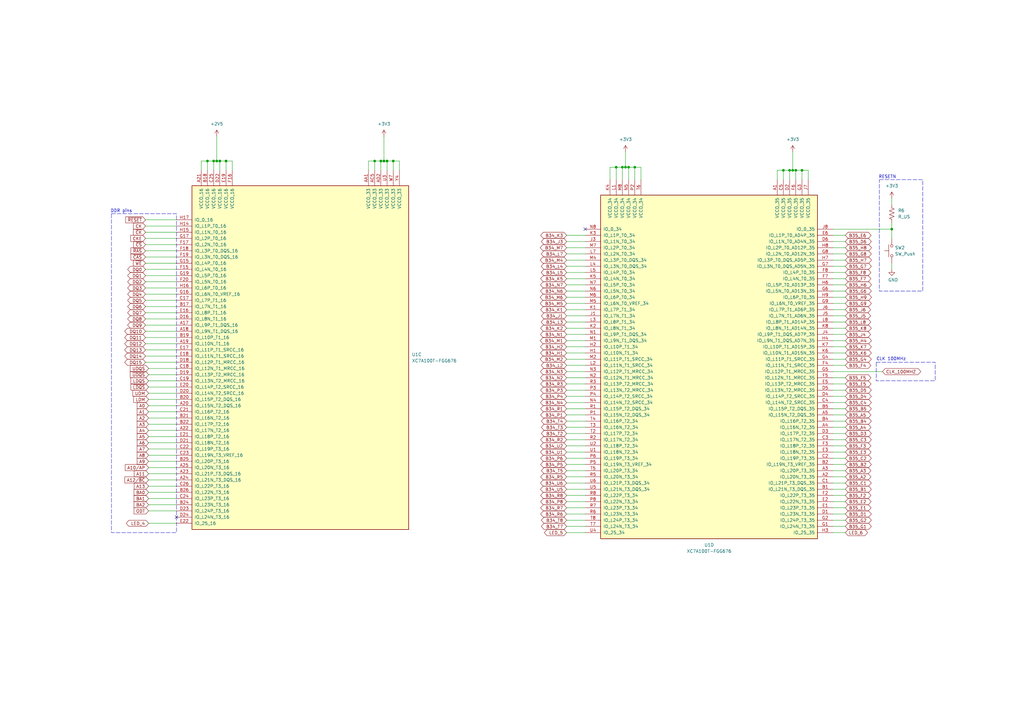
<source format=kicad_sch>
(kicad_sch (version 20231120) (generator "eeschema") (generator_version "8.0")
  (paper "A3")
  (junction (at 161.29 66.04))
  (junction (at 85.09 66.04))
  (junction (at 153.67 66.04))
  (junction (at 326.39 69.85))
  (junction (at 88.9 66.04))
  (junction (at 157.48 66.04))
  (junction (at 252.73 68.58))
  (junction (at 87.63 66.04))
  (junction (at 365.76 93.98))
  (junction (at 328.93 69.85))
  (junction (at 255.27 68.58))
  (junction (at 323.85 69.85))
  (junction (at 260.35 68.58))
  (junction (at 90.17 66.04))
  (junction (at 325.12 69.85))
  (junction (at 257.81 68.58))
  (junction (at 156.21 66.04))
  (junction (at 256.54 68.58))
  (junction (at 321.31 69.85))
  (junction (at 92.71 66.04))
  (junction (at 158.75 66.04))
  (no_connect (at 240.03 93.98))
  (no_connect (at 72.39 212.09))
  (wire (pts (xy 328.93 69.85) (xy 328.93 73.66)))
  (wire (pts (xy 232.41 101.6) (xy 240.03 101.6)))
  (wire (pts (xy 341.63 218.44) (xy 346.71 218.44)))
  (wire (pts (xy 346.71 175.26) (xy 341.63 175.26)))
  (wire (pts (xy 59.69 123.19) (xy 72.39 123.19)))
  (wire (pts (xy 346.71 119.38) (xy 341.63 119.38)))
  (wire (pts (xy 331.47 73.66) (xy 331.47 69.85)))
  (wire (pts (xy 365.76 81.28) (xy 365.76 83.82)))
  (wire (pts (xy 346.71 142.24) (xy 341.63 142.24)))
  (wire (pts (xy 346.71 147.32) (xy 341.63 147.32)))
  (wire (pts (xy 72.39 173.99) (xy 60.96 173.99)))
  (wire (pts (xy 59.69 130.81) (xy 72.39 130.81)))
  (wire (pts (xy 85.09 66.04) (xy 85.09 69.85)))
  (wire (pts (xy 252.73 68.58) (xy 255.27 68.58)))
  (wire (pts (xy 346.71 162.56) (xy 341.63 162.56)))
  (wire (pts (xy 361.95 152.4) (xy 341.63 152.4)))
  (wire (pts (xy 232.41 185.42) (xy 240.03 185.42)))
  (wire (pts (xy 158.75 66.04) (xy 158.75 69.85)))
  (wire (pts (xy 156.21 66.04) (xy 157.48 66.04)))
  (wire (pts (xy 60.96 214.63) (xy 72.39 214.63)))
  (wire (pts (xy 346.71 210.82) (xy 341.63 210.82)))
  (wire (pts (xy 346.71 106.68) (xy 341.63 106.68)))
  (wire (pts (xy 232.41 213.36) (xy 240.03 213.36)))
  (wire (pts (xy 232.41 193.04) (xy 240.03 193.04)))
  (wire (pts (xy 232.41 154.94) (xy 240.03 154.94)))
  (wire (pts (xy 346.71 180.34) (xy 341.63 180.34)))
  (wire (pts (xy 252.73 68.58) (xy 252.73 73.66)))
  (wire (pts (xy 346.71 104.14) (xy 341.63 104.14)))
  (wire (pts (xy 59.69 107.95) (xy 72.39 107.95)))
  (wire (pts (xy 346.71 215.9) (xy 341.63 215.9)))
  (wire (pts (xy 326.39 69.85) (xy 326.39 73.66)))
  (wire (pts (xy 346.71 124.46) (xy 341.63 124.46)))
  (wire (pts (xy 256.54 68.58) (xy 256.54 62.23)))
  (wire (pts (xy 59.69 128.27) (xy 72.39 128.27)))
  (wire (pts (xy 346.71 195.58) (xy 341.63 195.58)))
  (wire (pts (xy 156.21 66.04) (xy 156.21 69.85)))
  (wire (pts (xy 346.71 99.06) (xy 341.63 99.06)))
  (wire (pts (xy 346.71 208.28) (xy 341.63 208.28)))
  (wire (pts (xy 346.71 182.88) (xy 341.63 182.88)))
  (wire (pts (xy 260.35 68.58) (xy 257.81 68.58)))
  (wire (pts (xy 260.35 68.58) (xy 260.35 73.66)))
  (wire (pts (xy 72.39 204.47) (xy 60.96 204.47)))
  (wire (pts (xy 346.71 111.76) (xy 341.63 111.76)))
  (wire (pts (xy 232.41 210.82) (xy 240.03 210.82)))
  (wire (pts (xy 346.71 167.64) (xy 341.63 167.64)))
  (wire (pts (xy 232.41 104.14) (xy 240.03 104.14)))
  (wire (pts (xy 163.83 69.85) (xy 163.83 66.04)))
  (wire (pts (xy 161.29 66.04) (xy 163.83 66.04)))
  (wire (pts (xy 87.63 66.04) (xy 87.63 69.85)))
  (wire (pts (xy 157.48 66.04) (xy 158.75 66.04)))
  (wire (pts (xy 346.71 96.52) (xy 341.63 96.52)))
  (wire (pts (xy 72.39 186.69) (xy 60.96 186.69)))
  (wire (pts (xy 72.39 191.77) (xy 60.96 191.77)))
  (wire (pts (xy 346.71 203.2) (xy 341.63 203.2)))
  (wire (pts (xy 232.41 205.74) (xy 240.03 205.74)))
  (wire (pts (xy 262.89 73.66) (xy 262.89 68.58)))
  (wire (pts (xy 232.41 96.52) (xy 240.03 96.52)))
  (wire (pts (xy 151.13 69.85) (xy 151.13 66.04)))
  (wire (pts (xy 346.71 121.92) (xy 341.63 121.92)))
  (wire (pts (xy 59.69 125.73) (xy 72.39 125.73)))
  (wire (pts (xy 321.31 69.85) (xy 323.85 69.85)))
  (wire (pts (xy 232.41 172.72) (xy 240.03 172.72)))
  (wire (pts (xy 346.71 137.16) (xy 341.63 137.16)))
  (wire (pts (xy 59.69 133.35) (xy 72.39 133.35)))
  (wire (pts (xy 232.41 144.78) (xy 240.03 144.78)))
  (wire (pts (xy 72.39 207.01) (xy 60.96 207.01)))
  (wire (pts (xy 72.39 168.91) (xy 60.96 168.91)))
  (wire (pts (xy 232.41 142.24) (xy 240.03 142.24)))
  (wire (pts (xy 72.39 184.15) (xy 60.96 184.15)))
  (wire (pts (xy 232.41 106.68) (xy 240.03 106.68)))
  (wire (pts (xy 232.41 200.66) (xy 240.03 200.66)))
  (wire (pts (xy 60.96 151.13) (xy 72.39 151.13)))
  (wire (pts (xy 232.41 114.3) (xy 240.03 114.3)))
  (wire (pts (xy 153.67 66.04) (xy 153.67 69.85)))
  (wire (pts (xy 232.41 132.08) (xy 240.03 132.08)))
  (wire (pts (xy 85.09 66.04) (xy 87.63 66.04)))
  (wire (pts (xy 232.41 175.26) (xy 240.03 175.26)))
  (wire (pts (xy 346.71 139.7) (xy 341.63 139.7)))
  (wire (pts (xy 346.71 154.94) (xy 341.63 154.94)))
  (wire (pts (xy 323.85 69.85) (xy 323.85 73.66)))
  (wire (pts (xy 232.41 121.92) (xy 240.03 121.92)))
  (wire (pts (xy 346.71 129.54) (xy 341.63 129.54)))
  (wire (pts (xy 346.71 205.74) (xy 341.63 205.74)))
  (wire (pts (xy 72.39 166.37) (xy 60.96 166.37)))
  (wire (pts (xy 232.41 152.4) (xy 240.03 152.4)))
  (wire (pts (xy 232.41 203.2) (xy 240.03 203.2)))
  (wire (pts (xy 256.54 68.58) (xy 255.27 68.58)))
  (wire (pts (xy 232.41 99.06) (xy 240.03 99.06)))
  (wire (pts (xy 232.41 195.58) (xy 240.03 195.58)))
  (wire (pts (xy 82.55 69.85) (xy 82.55 66.04)))
  (wire (pts (xy 59.69 95.25) (xy 72.39 95.25)))
  (wire (pts (xy 59.69 90.17) (xy 72.39 90.17)))
  (wire (pts (xy 331.47 69.85) (xy 328.93 69.85)))
  (wire (pts (xy 90.17 66.04) (xy 88.9 66.04)))
  (wire (pts (xy 232.41 170.18) (xy 240.03 170.18)))
  (wire (pts (xy 346.71 114.3) (xy 341.63 114.3)))
  (wire (pts (xy 346.71 160.02) (xy 341.63 160.02)))
  (wire (pts (xy 82.55 66.04) (xy 85.09 66.04)))
  (wire (pts (xy 59.69 92.71) (xy 72.39 92.71)))
  (wire (pts (xy 318.77 69.85) (xy 321.31 69.85)))
  (wire (pts (xy 161.29 66.04) (xy 161.29 69.85)))
  (wire (pts (xy 72.39 194.31) (xy 60.96 194.31)))
  (wire (pts (xy 72.39 156.21) (xy 60.96 156.21)))
  (wire (pts (xy 250.19 73.66) (xy 250.19 68.58)))
  (wire (pts (xy 232.41 124.46) (xy 240.03 124.46)))
  (wire (pts (xy 72.39 209.55) (xy 60.96 209.55)))
  (wire (pts (xy 365.76 107.95) (xy 365.76 110.49)))
  (wire (pts (xy 365.76 93.98) (xy 365.76 97.79)))
  (wire (pts (xy 232.41 165.1) (xy 240.03 165.1)))
  (wire (pts (xy 232.41 218.44) (xy 240.03 218.44)))
  (wire (pts (xy 346.71 134.62) (xy 341.63 134.62)))
  (wire (pts (xy 232.41 215.9) (xy 240.03 215.9)))
  (wire (pts (xy 88.9 66.04) (xy 88.9 55.88)))
  (wire (pts (xy 232.41 129.54) (xy 240.03 129.54)))
  (wire (pts (xy 346.71 177.8) (xy 341.63 177.8)))
  (wire (pts (xy 95.25 69.85) (xy 95.25 66.04)))
  (wire (pts (xy 72.39 161.29) (xy 60.96 161.29)))
  (wire (pts (xy 325.12 69.85) (xy 323.85 69.85)))
  (wire (pts (xy 59.69 135.89) (xy 72.39 135.89)))
  (wire (pts (xy 255.27 73.66) (xy 255.27 68.58)))
  (wire (pts (xy 72.39 196.85) (xy 60.96 196.85)))
  (wire (pts (xy 346.71 198.12) (xy 341.63 198.12)))
  (wire (pts (xy 232.41 198.12) (xy 240.03 198.12)))
  (wire (pts (xy 59.69 100.33) (xy 72.39 100.33)))
  (wire (pts (xy 232.41 134.62) (xy 240.03 134.62)))
  (wire (pts (xy 346.71 149.86) (xy 341.63 149.86)))
  (wire (pts (xy 232.41 177.8) (xy 240.03 177.8)))
  (wire (pts (xy 157.48 66.04) (xy 157.48 55.88)))
  (wire (pts (xy 346.71 170.18) (xy 341.63 170.18)))
  (wire (pts (xy 346.71 116.84) (xy 341.63 116.84)))
  (wire (pts (xy 95.25 66.04) (xy 92.71 66.04)))
  (wire (pts (xy 318.77 73.66) (xy 318.77 69.85)))
  (wire (pts (xy 232.41 137.16) (xy 240.03 137.16)))
  (wire (pts (xy 232.41 109.22) (xy 240.03 109.22)))
  (wire (pts (xy 87.63 66.04) (xy 88.9 66.04)))
  (wire (pts (xy 232.41 187.96) (xy 240.03 187.96)))
  (wire (pts (xy 346.71 132.08) (xy 341.63 132.08)))
  (wire (pts (xy 346.71 101.6) (xy 341.63 101.6)))
  (wire (pts (xy 72.39 199.39) (xy 60.96 199.39)))
  (wire (pts (xy 232.41 167.64) (xy 240.03 167.64)))
  (wire (pts (xy 72.39 163.83) (xy 60.96 163.83)))
  (wire (pts (xy 59.69 140.97) (xy 72.39 140.97)))
  (wire (pts (xy 257.81 68.58) (xy 257.81 73.66)))
  (wire (pts (xy 232.41 139.7) (xy 240.03 139.7)))
  (wire (pts (xy 326.39 69.85) (xy 325.12 69.85)))
  (wire (pts (xy 346.71 200.66) (xy 341.63 200.66)))
  (wire (pts (xy 59.69 143.51) (xy 72.39 143.51)))
  (wire (pts (xy 232.41 182.88) (xy 240.03 182.88)))
  (wire (pts (xy 365.76 91.44) (xy 365.76 93.98)))
  (wire (pts (xy 59.69 118.11) (xy 72.39 118.11)))
  (wire (pts (xy 346.71 109.22) (xy 341.63 109.22)))
  (wire (pts (xy 90.17 66.04) (xy 90.17 69.85)))
  (wire (pts (xy 59.69 105.41) (xy 72.39 105.41)))
  (wire (pts (xy 59.69 97.79) (xy 72.39 97.79)))
  (wire (pts (xy 232.41 208.28) (xy 240.03 208.28)))
  (wire (pts (xy 232.41 119.38) (xy 240.03 119.38)))
  (wire (pts (xy 325.12 69.85) (xy 325.12 62.23)))
  (wire (pts (xy 232.41 157.48) (xy 240.03 157.48)))
  (wire (pts (xy 60.96 153.67) (xy 72.39 153.67)))
  (wire (pts (xy 256.54 68.58) (xy 257.81 68.58)))
  (wire (pts (xy 72.39 201.93) (xy 60.96 201.93)))
  (wire (pts (xy 59.69 115.57) (xy 72.39 115.57)))
  (wire (pts (xy 232.41 162.56) (xy 240.03 162.56)))
  (wire (pts (xy 59.69 146.05) (xy 72.39 146.05)))
  (wire (pts (xy 232.41 180.34) (xy 240.03 180.34)))
  (wire (pts (xy 346.71 165.1) (xy 341.63 165.1)))
  (wire (pts (xy 250.19 68.58) (xy 252.73 68.58)))
  (wire (pts (xy 72.39 176.53) (xy 60.96 176.53)))
  (wire (pts (xy 72.39 181.61) (xy 60.96 181.61)))
  (wire (pts (xy 59.69 102.87) (xy 72.39 102.87)))
  (wire (pts (xy 92.71 66.04) (xy 90.17 66.04)))
  (wire (pts (xy 346.71 213.36) (xy 341.63 213.36)))
  (wire (pts (xy 346.71 185.42) (xy 341.63 185.42)))
  (wire (pts (xy 262.89 68.58) (xy 260.35 68.58)))
  (wire (pts (xy 346.71 157.48) (xy 341.63 157.48)))
  (wire (pts (xy 232.41 116.84) (xy 240.03 116.84)))
  (wire (pts (xy 232.41 127) (xy 240.03 127)))
  (wire (pts (xy 346.71 190.5) (xy 341.63 190.5)))
  (wire (pts (xy 341.63 93.98) (xy 365.76 93.98)))
  (wire (pts (xy 92.71 66.04) (xy 92.71 69.85)))
  (wire (pts (xy 72.39 171.45) (xy 60.96 171.45)))
  (wire (pts (xy 232.41 190.5) (xy 240.03 190.5)))
  (wire (pts (xy 346.71 187.96) (xy 341.63 187.96)))
  (wire (pts (xy 153.67 66.04) (xy 156.21 66.04)))
  (wire (pts (xy 72.39 158.75) (xy 60.96 158.75)))
  (wire (pts (xy 232.41 147.32) (xy 240.03 147.32)))
  (wire (pts (xy 232.41 149.86) (xy 240.03 149.86)))
  (wire (pts (xy 72.39 189.23) (xy 60.96 189.23)))
  (wire (pts (xy 72.39 179.07) (xy 60.96 179.07)))
  (wire (pts (xy 321.31 69.85) (xy 321.31 73.66)))
  (wire (pts (xy 346.71 127) (xy 341.63 127)))
  (wire (pts (xy 59.69 120.65) (xy 72.39 120.65)))
  (wire (pts (xy 346.71 193.04) (xy 341.63 193.04)))
  (wire (pts (xy 59.69 113.03) (xy 72.39 113.03)))
  (wire (pts (xy 158.75 66.04) (xy 161.29 66.04)))
  (wire (pts (xy 232.41 160.02) (xy 240.03 160.02)))
  (wire (pts (xy 59.69 148.59) (xy 72.39 148.59)))
  (wire (pts (xy 346.71 144.78) (xy 341.63 144.78)))
  (wire (pts (xy 232.41 111.76) (xy 240.03 111.76)))
  (wire (pts (xy 328.93 69.85) (xy 326.39 69.85)))
  (wire (pts (xy 346.71 172.72) (xy 341.63 172.72)))
  (wire (pts (xy 59.69 110.49) (xy 72.39 110.49)))
  (wire (pts (xy 59.69 138.43) (xy 72.39 138.43)))
  (wire (pts (xy 151.13 66.04) (xy 153.67 66.04)))
  (rectangle (start 359.41 148.59) (end 383.54 156.21) (stroke (width 0) (type dash)))
  (rectangle (start 45.72 87.63) (end 72.39 218.44) (stroke (width 0) (type dash)))
  (rectangle (start 360.68 73.66) (end 378.46 119.38) (stroke (width 0) (type dash)))
  (text "RESETN" (at 363.982 72.644 0) (effects (font (size 1.27 1.27))))
  (text "CLK 100MHz" (at 365.506 147.32 0) (effects (font (size 1.27 1.27))))
  (text "DDR pins" (at 49.784 86.614 0) (effects (font (size 1.27 1.27))))
  (global_label "B35_C3" (shape bidirectional) (at 346.71 180.34 0) (property "Intersheetrefs" "${INTERSHEET_REFS}" (effects (hide yes))))
  (global_label "B34_P4" (shape bidirectional) (at 232.41 162.56 180) (property "Intersheetrefs" "${INTERSHEET_REFS}" (effects (hide yes))))
  (global_label "LDM" (shape input) (at 60.96 163.83 180) (property "Intersheetrefs" "${INTERSHEET_REFS}" (effects (hide yes))))
  (global_label "B35_E3" (shape bidirectional) (at 346.71 185.42 0) (property "Intersheetrefs" "${INTERSHEET_REFS}" (effects (hide yes))))
  (global_label "B34_N3" (shape bidirectional) (at 232.41 152.4 180) (property "Intersheetrefs" "${INTERSHEET_REFS}" (effects (hide yes))))
  (global_label "LED_6" (shape bidirectional) (at 346.71 218.44 0) (property "Intersheetrefs" "${INTERSHEET_REFS}" (effects (hide yes))))
  (global_label "B34_P6" (shape bidirectional) (at 232.41 187.96 180) (property "Intersheetrefs" "${INTERSHEET_REFS}" (effects (hide yes))))
  (global_label "B35_A5" (shape bidirectional) (at 346.71 170.18 0) (property "Intersheetrefs" "${INTERSHEET_REFS}" (effects (hide yes))))
  (global_label "B34_M4" (shape bidirectional) (at 232.41 106.68 180) (property "Intersheetrefs" "${INTERSHEET_REFS}" (effects (hide yes))))
  (global_label "DQ0" (shape bidirectional) (at 59.69 110.49 180) (property "Intersheetrefs" "${INTERSHEET_REFS}" (effects (hide yes))))
  (global_label "B34_M6" (shape bidirectional) (at 232.41 121.92 180) (property "Intersheetrefs" "${INTERSHEET_REFS}" (effects (hide yes))))
  (global_label "B35_H9" (shape bidirectional) (at 346.71 121.92 0) (property "Intersheetrefs" "${INTERSHEET_REFS}" (effects (hide yes))))
  (global_label "B34_L2" (shape bidirectional) (at 232.41 149.86 180) (property "Intersheetrefs" "${INTERSHEET_REFS}" (effects (hide yes))))
  (global_label "B35_C4" (shape bidirectional) (at 346.71 165.1 0) (property "Intersheetrefs" "${INTERSHEET_REFS}" (effects (hide yes))))
  (global_label "B35_G2" (shape bidirectional) (at 346.71 213.36 0) (property "Intersheetrefs" "${INTERSHEET_REFS}" (effects (hide yes))))
  (global_label "DQ6" (shape bidirectional) (at 59.69 125.73 180) (property "Intersheetrefs" "${INTERSHEET_REFS}" (effects (hide yes))))
  (global_label "B34_T2" (shape bidirectional) (at 232.41 177.8 180) (property "Intersheetrefs" "${INTERSHEET_REFS}" (effects (hide yes))))
  (global_label "B35_D1" (shape bidirectional) (at 346.71 210.82 0) (property "Intersheetrefs" "${INTERSHEET_REFS}" (effects (hide yes))))
  (global_label "B35_G7" (shape bidirectional) (at 346.71 109.22 0) (property "Intersheetrefs" "${INTERSHEET_REFS}" (effects (hide yes))))
  (global_label "B35_E5" (shape bidirectional) (at 346.71 157.48 0) (property "Intersheetrefs" "${INTERSHEET_REFS}" (effects (hide yes))))
  (global_label "B35_H4" (shape bidirectional) (at 346.71 139.7 0) (property "Intersheetrefs" "${INTERSHEET_REFS}" (effects (hide yes))))
  (global_label "B35_A2" (shape bidirectional) (at 346.71 195.58 0) (property "Intersheetrefs" "${INTERSHEET_REFS}" (effects (hide yes))))
  (global_label "B34_L7" (shape bidirectional) (at 232.41 104.14 180) (property "Intersheetrefs" "${INTERSHEET_REFS}" (effects (hide yes))))
  (global_label "DQ9" (shape bidirectional) (at 59.69 133.35 180) (property "Intersheetrefs" "${INTERSHEET_REFS}" (effects (hide yes))))
  (global_label "B34_J3" (shape bidirectional) (at 232.41 99.06 180) (property "Intersheetrefs" "${INTERSHEET_REFS}" (effects (hide yes))))
  (global_label "B35_J5" (shape bidirectional) (at 346.71 129.54 0) (property "Intersheetrefs" "${INTERSHEET_REFS}" (effects (hide yes))))
  (global_label "B34_T4" (shape bidirectional) (at 232.41 172.72 180) (property "Intersheetrefs" "${INTERSHEET_REFS}" (effects (hide yes))))
  (global_label "B35_E1" (shape bidirectional) (at 346.71 208.28 0) (property "Intersheetrefs" "${INTERSHEET_REFS}" (effects (hide yes))))
  (global_label "A3" (shape input) (at 60.96 173.99 180) (property "Intersheetrefs" "${INTERSHEET_REFS}" (effects (hide yes))))
  (global_label "B35_H8" (shape bidirectional) (at 346.71 101.6 0) (property "Intersheetrefs" "${INTERSHEET_REFS}" (effects (hide yes))))
  (global_label "B34_K1" (shape bidirectional) (at 232.41 127 180) (property "Intersheetrefs" "${INTERSHEET_REFS}" (effects (hide yes))))
  (global_label "B35_D6" (shape bidirectional) (at 346.71 99.06 0) (property "Intersheetrefs" "${INTERSHEET_REFS}" (effects (hide yes))))
  (global_label "A8" (shape input) (at 60.96 186.69 180) (property "Intersheetrefs" "${INTERSHEET_REFS}" (effects (hide yes))))
  (global_label "B35_K8" (shape bidirectional) (at 346.71 134.62 0) (property "Intersheetrefs" "${INTERSHEET_REFS}" (effects (hide yes))))
  (global_label "DQ8" (shape bidirectional) (at 59.69 130.81 180) (property "Intersheetrefs" "${INTERSHEET_REFS}" (effects (hide yes))))
  (global_label "B35_B2" (shape bidirectional) (at 346.71 190.5 0) (property "Intersheetrefs" "${INTERSHEET_REFS}" (effects (hide yes))))
  (global_label "B35_C1" (shape bidirectional) (at 346.71 198.12 0) (property "Intersheetrefs" "${INTERSHEET_REFS}" (effects (hide yes))))
  (global_label "BA2" (shape input) (at 60.96 207.01 180) (property "Intersheetrefs" "${INTERSHEET_REFS}" (effects (hide yes))))
  (global_label "B34_H1" (shape bidirectional) (at 232.41 144.78 180) (property "Intersheetrefs" "${INTERSHEET_REFS}" (effects (hide yes))))
  (global_label "CK" (shape input) (at 59.69 92.71 180) (property "Intersheetrefs" "${INTERSHEET_REFS}" (effects (hide yes))))
  (global_label "B35_F7" (shape bidirectional) (at 346.71 114.3 0) (property "Intersheetrefs" "${INTERSHEET_REFS}" (effects (hide yes))))
  (global_label "B34_P1" (shape bidirectional) (at 232.41 170.18 180) (property "Intersheetrefs" "${INTERSHEET_REFS}" (effects (hide yes))))
  (global_label "B34_N1" (shape bidirectional) (at 232.41 137.16 180) (property "Intersheetrefs" "${INTERSHEET_REFS}" (effects (hide yes))))
  (global_label "B34_J1" (shape bidirectional) (at 232.41 129.54 180) (property "Intersheetrefs" "${INTERSHEET_REFS}" (effects (hide yes))))
  (global_label "B34_K2" (shape bidirectional) (at 232.41 134.62 180) (property "Intersheetrefs" "${INTERSHEET_REFS}" (effects (hide yes))))
  (global_label "B35_F5" (shape bidirectional) (at 346.71 154.94 0) (property "Intersheetrefs" "${INTERSHEET_REFS}" (effects (hide yes))))
  (global_label "DQ7" (shape bidirectional) (at 59.69 128.27 180) (property "Intersheetrefs" "${INTERSHEET_REFS}" (effects (hide yes))))
  (global_label "B34_L5" (shape bidirectional) (at 232.41 111.76 180) (property "Intersheetrefs" "${INTERSHEET_REFS}" (effects (hide yes))))
  (global_label "B35_B4" (shape bidirectional) (at 346.71 172.72 0) (property "Intersheetrefs" "${INTERSHEET_REFS}" (effects (hide yes))))
  (global_label "B35_G9" (shape bidirectional) (at 346.71 124.46 0) (property "Intersheetrefs" "${INTERSHEET_REFS}" (effects (hide yes))))
  (global_label "~{LDQS}" (shape input) (at 60.96 158.75 180) (property "Intersheetrefs" "${INTERSHEET_REFS}" (effects (hide yes))))
  (global_label "B35_D3" (shape bidirectional) (at 346.71 177.8 0) (property "Intersheetrefs" "${INTERSHEET_REFS}" (effects (hide yes))))
  (global_label "B34_P5" (shape bidirectional) (at 232.41 190.5 180) (property "Intersheetrefs" "${INTERSHEET_REFS}" (effects (hide yes))))
  (global_label "B35_F4" (shape bidirectional) (at 346.71 149.86 0) (property "Intersheetrefs" "${INTERSHEET_REFS}" (effects (hide yes))))
  (global_label "A1" (shape input) (at 60.96 168.91 180) (property "Intersheetrefs" "${INTERSHEET_REFS}" (effects (hide yes))))
  (global_label "~{UDQS}" (shape input) (at 60.96 153.67 180) (property "Intersheetrefs" "${INTERSHEET_REFS}" (effects (hide yes))))
  (global_label "B34_L3" (shape bidirectional) (at 232.41 132.08 180) (property "Intersheetrefs" "${INTERSHEET_REFS}" (effects (hide yes))))
  (global_label "B35_F3" (shape bidirectional) (at 346.71 182.88 0) (property "Intersheetrefs" "${INTERSHEET_REFS}" (effects (hide yes))))
  (global_label "DQ1" (shape bidirectional) (at 59.69 113.03 180) (property "Intersheetrefs" "${INTERSHEET_REFS}" (effects (hide yes))))
  (global_label "B35_G4" (shape bidirectional) (at 346.71 147.32 0) (property "Intersheetrefs" "${INTERSHEET_REFS}" (effects (hide yes))))
  (global_label "B34_H2" (shape bidirectional) (at 232.41 142.24 180) (property "Intersheetrefs" "${INTERSHEET_REFS}" (effects (hide yes))))
  (global_label "~{CAS}" (shape input) (at 59.69 105.41 180) (property "Intersheetrefs" "${INTERSHEET_REFS}" (effects (hide yes))))
  (global_label "B35_F2" (shape bidirectional) (at 346.71 203.2 0) (property "Intersheetrefs" "${INTERSHEET_REFS}" (effects (hide yes))))
  (global_label "B34_T5" (shape bidirectional) (at 232.41 193.04 180) (property "Intersheetrefs" "${INTERSHEET_REFS}" (effects (hide yes))))
  (global_label "B34_K5" (shape bidirectional) (at 232.41 114.3 180) (property "Intersheetrefs" "${INTERSHEET_REFS}" (effects (hide yes))))
  (global_label "B34_R2" (shape bidirectional) (at 232.41 180.34 180) (property "Intersheetrefs" "${INTERSHEET_REFS}" (effects (hide yes))))
  (global_label "B35_J4" (shape bidirectional) (at 346.71 137.16 0) (property "Intersheetrefs" "${INTERSHEET_REFS}" (effects (hide yes))))
  (global_label "B34_T8" (shape bidirectional) (at 232.41 213.36 180) (property "Intersheetrefs" "${INTERSHEET_REFS}" (effects (hide yes))))
  (global_label "B34_P8" (shape bidirectional) (at 232.41 205.74 180) (property "Intersheetrefs" "${INTERSHEET_REFS}" (effects (hide yes))))
  (global_label "B34_M5" (shape bidirectional) (at 232.41 124.46 180) (property "Intersheetrefs" "${INTERSHEET_REFS}" (effects (hide yes))))
  (global_label "LDQS" (shape input) (at 60.96 156.21 180) (property "Intersheetrefs" "${INTERSHEET_REFS}" (effects (hide yes))))
  (global_label "B34_U5" (shape bidirectional) (at 232.41 200.66 180) (property "Intersheetrefs" "${INTERSHEET_REFS}" (effects (hide yes))))
  (global_label "B35_C2" (shape bidirectional) (at 346.71 187.96 0) (property "Intersheetrefs" "${INTERSHEET_REFS}" (effects (hide yes))))
  (global_label "B34_U1" (shape bidirectional) (at 232.41 185.42 180) (property "Intersheetrefs" "${INTERSHEET_REFS}" (effects (hide yes))))
  (global_label "B35_H7" (shape bidirectional) (at 346.71 106.68 0) (property "Intersheetrefs" "${INTERSHEET_REFS}" (effects (hide yes))))
  (global_label "B34_R7" (shape bidirectional) (at 232.41 208.28 180) (property "Intersheetrefs" "${INTERSHEET_REFS}" (effects (hide yes))))
  (global_label "DQ15" (shape bidirectional) (at 59.69 148.59 180) (property "Intersheetrefs" "${INTERSHEET_REFS}" (effects (hide yes))))
  (global_label "B35_E6" (shape bidirectional) (at 346.71 96.52 0) (property "Intersheetrefs" "${INTERSHEET_REFS}" (effects (hide yes))))
  (global_label "BA0" (shape input) (at 60.96 201.93 180) (property "Intersheetrefs" "${INTERSHEET_REFS}" (effects (hide yes))))
  (global_label "BA1" (shape input) (at 60.96 204.47 180) (property "Intersheetrefs" "${INTERSHEET_REFS}" (effects (hide yes))))
  (global_label "CLK_100MHZ" (shape bidirectional) (at 361.95 152.4 0) (property "Intersheetrefs" "${INTERSHEET_REFS}" (effects (hide yes))))
  (global_label "~{WE}" (shape input) (at 59.69 107.95 180) (property "Intersheetrefs" "${INTERSHEET_REFS}" (effects (hide yes))))
  (global_label "B35_D4" (shape bidirectional) (at 346.71 162.56 0) (property "Intersheetrefs" "${INTERSHEET_REFS}" (effects (hide yes))))
  (global_label "A6" (shape input) (at 60.96 181.61 180) (property "Intersheetrefs" "${INTERSHEET_REFS}" (effects (hide yes))))
  (global_label "A7" (shape input) (at 60.96 184.15 180) (property "Intersheetrefs" "${INTERSHEET_REFS}" (effects (hide yes))))
  (global_label "B34_M2" (shape bidirectional) (at 232.41 147.32 180) (property "Intersheetrefs" "${INTERSHEET_REFS}" (effects (hide yes))))
  (global_label "B34_M1" (shape bidirectional) (at 232.41 139.7 180) (property "Intersheetrefs" "${INTERSHEET_REFS}" (effects (hide yes))))
  (global_label "B35_J6" (shape bidirectional) (at 346.71 127 0) (property "Intersheetrefs" "${INTERSHEET_REFS}" (effects (hide yes))))
  (global_label "DQ11" (shape bidirectional) (at 59.69 138.43 180) (property "Intersheetrefs" "${INTERSHEET_REFS}" (effects (hide yes))))
  (global_label "B34_P3" (shape bidirectional) (at 232.41 160.02 180) (property "Intersheetrefs" "${INTERSHEET_REFS}" (effects (hide yes))))
  (global_label "B35_G6" (shape bidirectional) (at 346.71 119.38 0) (property "Intersheetrefs" "${INTERSHEET_REFS}" (effects (hide yes))))
  (global_label "B34_M7" (shape bidirectional) (at 232.41 101.6 180) (property "Intersheetrefs" "${INTERSHEET_REFS}" (effects (hide yes))))
  (global_label "LED_4" (shape bidirectional) (at 60.96 214.63 180) (property "Intersheetrefs" "${INTERSHEET_REFS}" (effects (hide yes))))
  (global_label "B34_N6" (shape bidirectional) (at 232.41 119.38 180) (property "Intersheetrefs" "${INTERSHEET_REFS}" (effects (hide yes))))
  (global_label "B35_K7" (shape bidirectional) (at 346.71 142.24 0) (property "Intersheetrefs" "${INTERSHEET_REFS}" (effects (hide yes))))
  (global_label "DQ2" (shape bidirectional) (at 59.69 115.57 180) (property "Intersheetrefs" "${INTERSHEET_REFS}" (effects (hide yes))))
  (global_label "~{CS}" (shape input) (at 59.69 100.33 180) (property "Intersheetrefs" "${INTERSHEET_REFS}" (effects (hide yes))))
  (global_label "B34_K3" (shape bidirectional) (at 232.41 96.52 180) (property "Intersheetrefs" "${INTERSHEET_REFS}" (effects (hide yes))))
  (global_label "DQ4" (shape bidirectional) (at 59.69 120.65 180) (property "Intersheetrefs" "${INTERSHEET_REFS}" (effects (hide yes))))
  (global_label "B35_G8" (shape bidirectional) (at 346.71 104.14 0) (property "Intersheetrefs" "${INTERSHEET_REFS}" (effects (hide yes))))
  (global_label "~{RAS}" (shape input) (at 59.69 102.87 180) (property "Intersheetrefs" "${INTERSHEET_REFS}" (effects (hide yes))))
  (global_label "B35_B1" (shape bidirectional) (at 346.71 200.66 0) (property "Intersheetrefs" "${INTERSHEET_REFS}" (effects (hide yes))))
  (global_label "A5" (shape input) (at 60.96 179.07 180) (property "Intersheetrefs" "${INTERSHEET_REFS}" (effects (hide yes))))
  (global_label "B35_B5" (shape bidirectional) (at 346.71 167.64 0) (property "Intersheetrefs" "${INTERSHEET_REFS}" (effects (hide yes))))
  (global_label "B35_L8" (shape bidirectional) (at 346.71 132.08 0) (property "Intersheetrefs" "${INTERSHEET_REFS}" (effects (hide yes))))
  (global_label "~{CK}" (shape input) (at 59.69 95.25 180) (property "Intersheetrefs" "${INTERSHEET_REFS}" (effects (hide yes))))
  (global_label "DQ14" (shape bidirectional) (at 59.69 146.05 180) (property "Intersheetrefs" "${INTERSHEET_REFS}" (effects (hide yes))))
  (global_label "ODT" (shape input) (at 60.96 209.55 180) (property "Intersheetrefs" "${INTERSHEET_REFS}" (effects (hide yes))))
  (global_label "B34_N7" (shape bidirectional) (at 232.41 116.84 180) (property "Intersheetrefs" "${INTERSHEET_REFS}" (effects (hide yes))))
  (global_label "B35_K6" (shape bidirectional) (at 346.71 144.78 0) (property "Intersheetrefs" "${INTERSHEET_REFS}" (effects (hide yes))))
  (global_label "B34_U6" (shape bidirectional) (at 232.41 198.12 180) (property "Intersheetrefs" "${INTERSHEET_REFS}" (effects (hide yes))))
  (global_label "B34_N2" (shape bidirectional) (at 232.41 154.94 180) (property "Intersheetrefs" "${INTERSHEET_REFS}" (effects (hide yes))))
  (global_label "B34_R1" (shape bidirectional) (at 232.41 167.64 180) (property "Intersheetrefs" "${INTERSHEET_REFS}" (effects (hide yes))))
  (global_label "DQ13" (shape bidirectional) (at 59.69 143.51 180) (property "Intersheetrefs" "${INTERSHEET_REFS}" (effects (hide yes))))
  (global_label "B34_R6" (shape bidirectional) (at 232.41 210.82 180) (property "Intersheetrefs" "${INTERSHEET_REFS}" (effects (hide yes))))
  (global_label "B35_F8" (shape bidirectional) (at 346.71 111.76 0) (property "Intersheetrefs" "${INTERSHEET_REFS}" (effects (hide yes))))
  (global_label "A9" (shape input) (at 60.96 189.23 180) (property "Intersheetrefs" "${INTERSHEET_REFS}" (effects (hide yes))))
  (global_label "B34_U2" (shape bidirectional) (at 232.41 182.88 180) (property "Intersheetrefs" "${INTERSHEET_REFS}" (effects (hide yes))))
  (global_label "DQ12" (shape bidirectional) (at 59.69 140.97 180) (property "Intersheetrefs" "${INTERSHEET_REFS}" (effects (hide yes))))
  (global_label "UDQS" (shape input) (at 60.96 151.13 180) (property "Intersheetrefs" "${INTERSHEET_REFS}" (effects (hide yes))))
  (global_label "B34_R5" (shape bidirectional) (at 232.41 195.58 180) (property "Intersheetrefs" "${INTERSHEET_REFS}" (effects (hide yes))))
  (global_label "CKE" (shape input) (at 59.69 97.79 180) (property "Intersheetrefs" "${INTERSHEET_REFS}" (effects (hide yes))))
  (global_label "A2" (shape input) (at 60.96 171.45 180) (property "Intersheetrefs" "${INTERSHEET_REFS}" (effects (hide yes))))
  (global_label "B34_T7" (shape bidirectional) (at 232.41 215.9 180) (property "Intersheetrefs" "${INTERSHEET_REFS}" (effects (hide yes))))
  (global_label "B35_H6" (shape bidirectional) (at 346.71 116.84 0) (property "Intersheetrefs" "${INTERSHEET_REFS}" (effects (hide yes))))
  (global_label "B34_R8" (shape bidirectional) (at 232.41 203.2 180) (property "Intersheetrefs" "${INTERSHEET_REFS}" (effects (hide yes))))
  (global_label "B34_L4" (shape bidirectional) (at 232.41 109.22 180) (property "Intersheetrefs" "${INTERSHEET_REFS}" (effects (hide yes))))
  (global_label "B35_G1" (shape bidirectional) (at 346.71 215.9 0) (property "Intersheetrefs" "${INTERSHEET_REFS}" (effects (hide yes))))
  (global_label "~{RESET}" (shape input) (at 59.69 90.17 180) (property "Intersheetrefs" "${INTERSHEET_REFS}" (effects (hide yes))))
  (global_label "B35_A4" (shape bidirectional) (at 346.71 175.26 0) (property "Intersheetrefs" "${INTERSHEET_REFS}" (effects (hide yes))))
  (global_label "B35_A3" (shape bidirectional) (at 346.71 193.04 0) (property "Intersheetrefs" "${INTERSHEET_REFS}" (effects (hide yes))))
  (global_label "A13" (shape input) (at 60.96 199.39 180) (property "Intersheetrefs" "${INTERSHEET_REFS}" (effects (hide yes))))
  (global_label "B34_R3" (shape bidirectional) (at 232.41 157.48 180) (property "Intersheetrefs" "${INTERSHEET_REFS}" (effects (hide yes))))
  (global_label "DQ5" (shape bidirectional) (at 59.69 123.19 180) (property "Intersheetrefs" "${INTERSHEET_REFS}" (effects (hide yes))))
  (global_label "A11" (shape input) (at 60.96 194.31 180) (property "Intersheetrefs" "${INTERSHEET_REFS}" (effects (hide yes))))
  (global_label "B35_E2" (shape bidirectional) (at 346.71 205.74 0) (property "Intersheetrefs" "${INTERSHEET_REFS}" (effects (hide yes))))
  (global_label "A12/~{BC}" (shape input) (at 60.96 196.85 180) (property "Intersheetrefs" "${INTERSHEET_REFS}" (effects (hide yes))))
  (global_label "B34_T3" (shape bidirectional) (at 232.41 175.26 180) (property "Intersheetrefs" "${INTERSHEET_REFS}" (effects (hide yes))))
  (global_label "DQ10" (shape bidirectional) (at 59.69 135.89 180) (property "Intersheetrefs" "${INTERSHEET_REFS}" (effects (hide yes))))
  (global_label "B34_N4" (shape bidirectional) (at 232.41 165.1 180) (property "Intersheetrefs" "${INTERSHEET_REFS}" (effects (hide yes))))
  (global_label "A0" (shape input) (at 60.96 166.37 180) (property "Intersheetrefs" "${INTERSHEET_REFS}" (effects (hide yes))))
  (global_label "UDM" (shape input) (at 60.96 161.29 180) (property "Intersheetrefs" "${INTERSHEET_REFS}" (effects (hide yes))))
  (global_label "A10/AP" (shape input) (at 60.96 191.77 180) (property "Intersheetrefs" "${INTERSHEET_REFS}" (effects (hide yes))))
  (global_label "LED_5" (shape bidirectional) (at 232.41 218.44 180) (property "Intersheetrefs" "${INTERSHEET_REFS}" (effects (hide yes))))
  (global_label "A4" (shape input) (at 60.96 176.53 180) (property "Intersheetrefs" "${INTERSHEET_REFS}" (effects (hide yes))))
  (global_label "B35_D5" (shape bidirectional) (at 346.71 160.02 0) (property "Intersheetrefs" "${INTERSHEET_REFS}" (effects (hide yes))))
  (global_label "DQ3" (shape bidirectional) (at 59.69 118.11 180) (property "Intersheetrefs" "${INTERSHEET_REFS}" (effects (hide yes))))
  (symbol (lib_id "power:+3V3") (at 256.54 62.23 0) (unit 1)
    (property "Reference" "#PWR09" (effects (hide yes)))
    (property "Value" "+3V3" (at 256.54 57.15 0))
    (property "Description" "Power symbol creates a global label with name \"+3V3\"" (effects (hide yes)))
  )
  (symbol (lib_id "Switch:SW_Push") (at 365.76 102.87 90) (unit 1)
    (property "Reference" "SW2" (at 367.03 101.5999 90) (effects (justify right)))
    (property "Value" "SW_Push" (at 367.03 104.1399 90) (effects (justify right)))
    (property "Description" "Push button switch, generic, two pins" (effects (hide yes)))
  )
  (symbol (lib_id "FPGA_Xilinx_Artix7:XC7A100T-FGG676") (at 290.83 147.32 0) (unit 4)
    (property "Reference" "U1" (at 290.83 223.52 0))
    (property "Value" "XC7A100T-FGG676" (at 290.83 226.06 0))
    (property "Description" "Artix 7 T 100 XC7A100T-FGG676" (effects (hide yes)))
  )
  (symbol (lib_id "power:+3V3") (at 325.12 62.23 0) (unit 1)
    (property "Reference" "#PWR010" (effects (hide yes)))
    (property "Value" "+3V3" (at 325.12 57.15 0))
    (property "Description" "Power symbol creates a global label with name \"+3V3\"" (effects (hide yes)))
  )
  (symbol (lib_id "power:+3V3") (at 157.48 55.88 0) (unit 1)
    (property "Reference" "#PWR08" (effects (hide yes)))
    (property "Value" "+3V3" (at 157.48 50.8 0))
    (property "Description" "Power symbol creates a global label with name \"+3V3\"" (effects (hide yes)))
  )
  (symbol (lib_id "power:+2V5") (at 88.9 55.88 0) (unit 1)
    (property "Reference" "#PWR07" (effects (hide yes)))
    (property "Value" "+2V5" (at 88.9 50.8 0))
    (property "Description" "Power symbol creates a global label with name \"+2V5\"" (effects (hide yes)))
  )
  (symbol (lib_id "Device:R_US") (at 365.76 87.63 0) (unit 1)
    (property "Reference" "R6" (at 368.3 86.3599 0) (effects (justify left)))
    (property "Value" "R_US" (at 368.3 88.8999 0) (effects (justify left)))
    (property "Description" "Resistor, US symbol" (effects (hide yes)))
  )
  (symbol (lib_id "power:GND") (at 365.76 110.49 0) (unit 1)
    (property "Reference" "#PWR023" (effects (hide yes)))
    (property "Value" "GND" (at 364.236 114.808 0) (effects (justify left)))
    (property "Description" "Power symbol creates a global label with name \"GND\" , ground" (effects (hide yes)))
  )
  (symbol (lib_id "FPGA_Xilinx_Artix7:XC7A100T-FGG676") (at 123.19 143.51 0) (unit 3)
    (property "Reference" "U1" (at 168.91 145.4149 0) (effects (justify left)))
    (property "Value" "XC7A100T-FGG676" (at 168.91 147.9549 0) (effects (justify left)))
    (property "Description" "Artix 7 T 100 XC7A100T-FGG676" (effects (hide yes)))
  )
  (symbol (lib_id "power:+3V3") (at 365.76 81.28 0) (unit 1)
    (property "Reference" "#PWR022" (effects (hide yes)))
    (property "Value" "+3V3" (at 365.76 76.2 0))
    (property "Description" "Power symbol creates a global label with name \"+3V3\"" (effects (hide yes)))
  )
)
</source>
